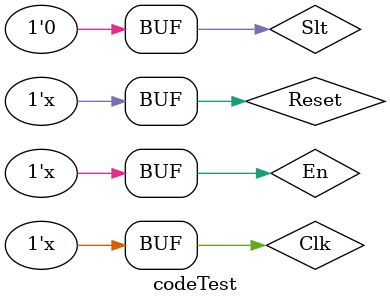
<source format=v>
`timescale 1ns / 1ps


module codeTest;

	// Inputs
	reg [0:0] Clk;
	reg [0:0] Reset;
	reg [0:0] Slt;
	reg [0:0] En;

	// Outputs
	wire [63:0] Output0;
	wire [63:0] Output1;

	// Instantiate the Unit Under Test (UUT)
	code uut (
		.Clk(Clk), 
		.Reset(Reset), 
		.Slt(Slt), 
		.En(En), 
		.Output0(Output0), 
		.Output1(Output1)
	);

	initial begin
		// Initialize Inputs
		Clk = 0;
		Reset = 1;
		Slt = 0;
		En = 0;  
		// Add stimulus here
	end
  always #5 Clk = ~Clk;
	always #20 En = ~En;  
	always #100 Clk = ~Clk;
	always #200 Reset = ~Reset;
endmodule


</source>
